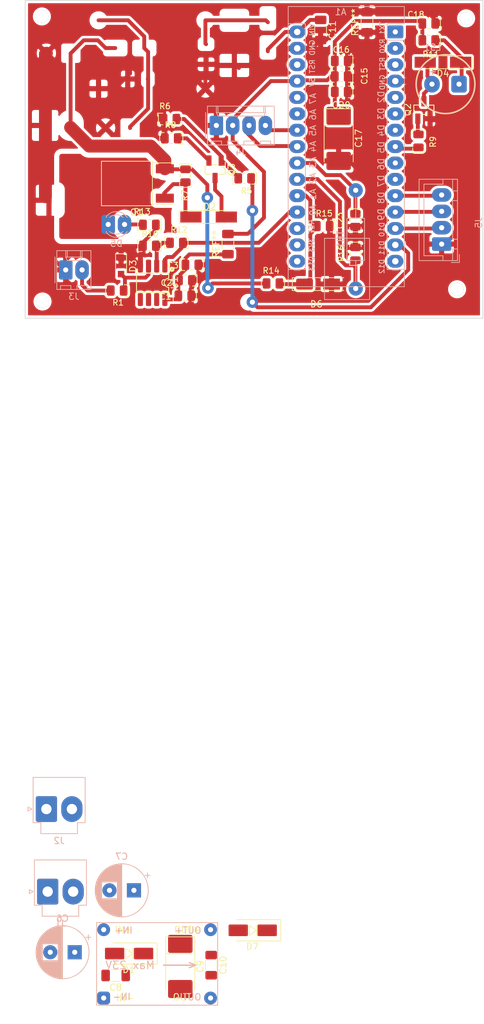
<source format=kicad_pcb>
(kicad_pcb (version 20171130) (host pcbnew "(5.1.10)-1")
  (layers (0 F.Cu signal) (31 B.Cu signal) (34 B.Paste user) (35 F.Paste user) (36 B.SilkS user) (37 F.SilkS user) (38 B.Mask user) (39 F.Mask user) (44 Edge.Cuts user))
  (net 0 "")
  (net 1 /opamp_to_adc)
  (net 2 GND)
  (net 3 /20VDetect)
  (net 4 /env_temp_adc)
  (net 5 /enable_heater)
  (net 6 /enable_env_temp_check)
  (net 7 /sda)
  (net 8 /buzzerPwm)
  (net 9 /scl)
  (net 10 V5.0)
  (net 11 /rot_right)
  (net 12 /V6.0)
  (net 13 /rot_button)
  (net 14 "Net-(C7-Pad1)")
  (net 15 20V)
  (net 16 "Net-(D2-Pad2)")
  (net 17 "Net-(D2-Pad1)")
  (net 18 "Net-(D3-Pad2)")
  (net 19 "Net-(D4-Pad2)")
  (net 20 "Net-(D4-Pad1)")
  (net 21 "Net-(D5-PadK)")
  (net 22 /heaterPower)
  (net 23 /thermal_couple)
  (net 24 "Net-(Q2-PadB)")
  (net 25 "Net-(Q3-PadB)")
  (net 26 "Net-(Q3-PadE)")
  (net 27 "Net-(R10-Pad1)")
  (net 28 "Net-(A1-Pad1)")
  (net 29 "Net-(A1-Pad17)")
  (net 30 "Net-(A1-Pad2)")
  (net 31 "Net-(A1-Pad18)")
  (net 32 "Net-(A1-Pad3)")
  (net 33 "Net-(A1-Pad5)")
  (net 34 "Net-(A1-Pad7)")
  (net 35 "Net-(A1-Pad9)")
  (net 36 "Net-(A1-Pad25)")
  (net 37 "Net-(A1-Pad10)")
  (net 38 "Net-(A1-Pad26)")
  (net 39 "Net-(A1-Pad28)")
  (net 40 "Net-(C10-Pad1)")
  (net 41 "Net-(A1-Pad16)")
  (net 42 "Net-(A1-Pad15)")
  (net 43 /rot_left)
  (net 44 "Net-(A1-Pad6)")
  (module myFootPrintLibs:R_C_0805_2012Metric_Pad1.20x1.50mm_HandSolder (layer F.Cu) (at 78.8 55.2 90)
    (fp_text reference R7 (at -3.05 -0.1 90) (layer F.SilkS) (effects (font (size 0.9 0.9))))
    (fp_text value 2k)
    (pad 2 smd roundrect (at 1 0 90) (size 1.2 1.6) (layers F.Cu F.Paste F.Mask) (roundrect_rratio 0.208) (net 15 20V))
    (pad 1 smd roundrect (at -1 0 90) (size 1.2 1.6) (layers F.Cu F.Paste F.Mask) (roundrect_rratio 0.208) (net 17 "Net-(D2-Pad1)"))
  )
  (module myFootPrintLibs:R_C_0805_2012Metric_Pad1.20x1.50mm_HandSolder (layer F.Cu) (at 103 39.8)
    (fp_text reference C20 (at 0 4.45) (layer F.SilkS))
    (fp_text value 100nf)
    (pad 2 smd roundrect (at 1 0) (size 1.2 1.6) (layers F.Cu F.Paste F.Mask) (roundrect_rratio 0.208) (net 2 GND))
    (pad 1 smd roundrect (at -1 0) (size 1.2 1.6) (layers F.Cu F.Paste F.Mask) (roundrect_rratio 0.208) (net 10 V5.0))
  )
  (module myFootPrintLibs:R_C_0805_2012Metric_Pad1.20x1.50mm_HandSolder (layer F.Cu) (at 105.2 67.3 90)
    (fp_text reference R16 (at 0.06 -2.19 90) (layer F.SilkS) (effects (font (size 0.9 0.9))))
    (fp_text value 2k)
    (pad 2 smd roundrect (at 1 0 90) (size 1.2 1.6) (layers F.Cu F.Paste F.Mask) (roundrect_rratio 0.208) (net 2 GND))
    (pad 1 smd roundrect (at -1 0 90) (size 1.2 1.6) (layers F.Cu F.Paste F.Mask) (roundrect_rratio 0.208) (net 4 /env_temp_adc))
  )
  (module myFootPrintLibs:R_C_0805_2012Metric_Pad1.20x1.50mm_HandSolder (layer F.Cu) (at 100.2 63)
    (fp_text reference R15 (at 0.15 -1.95) (layer F.SilkS) (effects (font (size 0.9 0.9))))
    (fp_text value 20k)
    (pad 2 smd roundrect (at 1 0) (size 1.2 1.6) (layers F.Cu F.Paste F.Mask) (roundrect_rratio 0.208) (net 2 GND))
    (pad 1 smd roundrect (at -1 0) (size 1.2 1.6) (layers F.Cu F.Paste F.Mask) (roundrect_rratio 0.208) (net 3 /20VDetect))
  )
  (module myFootPrintLibs:R_C_0805_2012Metric_Pad1.20x1.50mm_HandSolder (layer F.Cu) (at 92.4 71.9)
    (fp_text reference R14 (at -0.29 -1.99) (layer F.SilkS) (effects (font (size 0.9 0.9))))
    (fp_text value 75k)
    (pad 2 smd roundrect (at 1 0) (size 1.2 1.6) (layers F.Cu F.Paste F.Mask) (roundrect_rratio 0.208) (net 3 /20VDetect))
    (pad 1 smd roundrect (at -1 0) (size 1.2 1.6) (layers F.Cu F.Paste F.Mask) (roundrect_rratio 0.208) (net 15 20V))
  )
  (module myFootPrintLibs:R_C_0805_2012Metric_Pad1.20x1.50mm_HandSolder (layer F.Cu) (at 73.2 62.8 180)
    (fp_text reference R13 (at 1.13 2.03) (layer F.SilkS) (effects (font (size 0.9 0.9))))
    (fp_text value 4k)
    (pad 2 smd roundrect (at 1 0 180) (size 1.2 1.6) (layers F.Cu F.Paste F.Mask) (roundrect_rratio 0.208) (net 21 "Net-(D5-PadK)"))
    (pad 1 smd roundrect (at -1 0 180) (size 1.2 1.6) (layers F.Cu F.Paste F.Mask) (roundrect_rratio 0.208) (net 2 GND))
  )
  (module myFootPrintLibs:R_C_0805_2012Metric_Pad1.20x1.50mm_HandSolder (layer F.Cu) (at 77.4 65.6 180)
    (fp_text reference R12 (at -0.39 2.05) (layer F.SilkS) (effects (font (size 0.9 0.9))))
    (fp_text value 240k)
    (pad 2 smd roundrect (at 1 0 180) (size 1.2 1.6) (layers F.Cu F.Paste F.Mask) (roundrect_rratio 0.208) (net 27 "Net-(R10-Pad1)"))
    (pad 1 smd roundrect (at -1 0 180) (size 1.2 1.6) (layers F.Cu F.Paste F.Mask) (roundrect_rratio 0.208) (net 1 /opamp_to_adc))
  )
  (module myFootPrintLibs:R_C_0805_2012Metric_Pad1.20x1.50mm_HandSolder (layer F.Cu) (at 116.6 34.2)
    (fp_text reference R11 (at 0.33 2.18) (layer F.SilkS) (effects (font (size 0.9 0.9))))
    (fp_text value 280)
    (pad 2 smd roundrect (at 1 0) (size 1.2 1.6) (layers F.Cu F.Paste F.Mask) (roundrect_rratio 0.208) (net 20 "Net-(D4-Pad1)"))
    (pad 1 smd roundrect (at -1 0) (size 1.2 1.6) (layers F.Cu F.Paste F.Mask) (roundrect_rratio 0.208) (net 10 V5.0))
  )
  (module myFootPrintLibs:R_C_0805_2012Metric_Pad1.20x1.50mm_HandSolder (layer F.Cu) (at 73.2 66.05 180)
    (fp_text reference R10 (at -0.1 1.8) (layer F.SilkS) (effects (font (size 0.9 0.9))))
    (fp_text value 1k)
    (pad 2 smd roundrect (at 1 0 180) (size 1.2 1.6) (layers F.Cu F.Paste F.Mask) (roundrect_rratio 0.208) (net 2 GND))
    (pad 1 smd roundrect (at -1 0 180) (size 1.2 1.6) (layers F.Cu F.Paste F.Mask) (roundrect_rratio 0.208) (net 27 "Net-(R10-Pad1)"))
  )
  (module myFootPrintLibs:R_C_0805_2012Metric_Pad1.20x1.50mm_HandSolder (layer F.Cu) (at 115 49.8 270)
    (fp_text reference R9 (at 0.15 -2.25 90) (layer F.SilkS) (effects (font (size 0.9 0.9))))
    (fp_text value 4k)
    (pad 2 smd roundrect (at 1 0 270) (size 1.2 1.6) (layers F.Cu F.Paste F.Mask) (roundrect_rratio 0.208) (net 8 /buzzerPwm))
    (pad 1 smd roundrect (at -1 0 270) (size 1.2 1.6) (layers F.Cu F.Paste F.Mask) (roundrect_rratio 0.208) (net 24 "Net-(Q2-PadB)"))
  )
  (module myFootPrintLibs:R_C_0805_2012Metric_Pad1.20x1.50mm_HandSolder (layer F.Cu) (at 76.6 49.4)
    (fp_text reference R8 (at -0.12 -2.07) (layer F.SilkS) (effects (font (size 0.9 0.9))))
    (fp_text value 180)
    (pad 2 smd roundrect (at 1 0) (size 1.2 1.6) (layers F.Cu F.Paste F.Mask) (roundrect_rratio 0.208) (net 26 "Net-(Q3-PadE)"))
    (pad 1 smd roundrect (at -1 0) (size 1.2 1.6) (layers F.Cu F.Paste F.Mask) (roundrect_rratio 0.208) (net 2 GND))
  )
  (module myFootPrintLibs:R_C_0805_2012Metric_Pad1.20x1.50mm_HandSolder (layer F.Cu) (at 76.4 46.4 180)
    (fp_text reference R6 (at 0.78 1.98) (layer F.SilkS) (effects (font (size 0.9 0.9))))
    (fp_text value 18k)
    (pad 2 smd roundrect (at 1 0 180) (size 1.2 1.6) (layers F.Cu F.Paste F.Mask) (roundrect_rratio 0.208) (net 2 GND))
    (pad 1 smd roundrect (at -1 0 180) (size 1.2 1.6) (layers F.Cu F.Paste F.Mask) (roundrect_rratio 0.208) (net 25 "Net-(Q3-PadB)"))
  )
  (module myFootPrintLibs:R_C_0805_2012Metric_Pad1.20x1.50mm_HandSolder (layer F.Cu) (at 88 55.6)
    (fp_text reference R5 (at 0.28 1.93) (layer F.SilkS) (effects (font (size 0.9 0.9))))
    (fp_text value 4k)
    (pad 2 smd roundrect (at 1 0) (size 1.2 1.6) (layers F.Cu F.Paste F.Mask) (roundrect_rratio 0.208) (net 5 /enable_heater))
    (pad 1 smd roundrect (at -1 0) (size 1.2 1.6) (layers F.Cu F.Paste F.Mask) (roundrect_rratio 0.208) (net 25 "Net-(Q3-PadB)"))
  )
  (module myFootPrintLibs:R_C_0805_2012Metric_Pad1.20x1.50mm_HandSolder (layer F.Cu) (at 68.2 73 180)
    (fp_text reference R1 (at -0.14 -1.86) (layer F.SilkS) (effects (font (size 0.9 0.9))))
    (fp_text value 10k)
    (pad 2 smd roundrect (at 1 0 180) (size 1.2 1.6) (layers F.Cu F.Paste F.Mask) (roundrect_rratio 0.208) (net 23 /thermal_couple))
    (pad 1 smd roundrect (at -1 0 180) (size 1.2 1.6) (layers F.Cu F.Paste F.Mask) (roundrect_rratio 0.208) (net 18 "Net-(D3-Pad2)"))
  )
  (module myFootPrintLibs:R_C_0805_2012Metric_Pad1.20x1.50mm_HandSolder (layer F.Cu) (at 105.2 62.1 270)
    (fp_text reference C23 (at 0.05 2.4 90) (layer F.SilkS) (effects (font (size 0.9 0.9))))
    (fp_text value 100nf)
    (pad 2 smd roundrect (at 1 0 270) (size 1.2 1.6) (layers F.Cu F.Paste F.Mask) (roundrect_rratio 0.208) (net 2 GND))
    (pad 1 smd roundrect (at -1 0 270) (size 1.2 1.6) (layers F.Cu F.Paste F.Mask) (roundrect_rratio 0.208) (net 6 /enable_env_temp_check))
  )
  (module myFootPrintLibs:R_C_0805_2012Metric_Pad1.20x1.50mm_HandSolder (layer F.Cu) (at 116.6 31.6)
    (fp_text reference C18 (at -2 -1.4) (layer F.SilkS) (effects (font (size 0.9 0.9))))
    (fp_text value 22uf)
    (pad 2 smd roundrect (at 1 0) (size 1.2 1.6) (layers F.Cu F.Paste F.Mask) (roundrect_rratio 0.208) (net 2 GND))
    (pad 1 smd roundrect (at -1 0) (size 1.2 1.6) (layers F.Cu F.Paste F.Mask) (roundrect_rratio 0.208) (net 10 V5.0))
  )
  (module myFootPrintLibs:R_C_0805_2012Metric_Pad1.20x1.50mm_HandSolder (layer F.Cu) (at 103 37.4)
    (fp_text reference C16 (at 0 -1.75) (layer F.SilkS) (effects (font (size 0.9 0.9))))
    (fp_text value 47uf)
    (pad 2 smd roundrect (at 1 0) (size 1.2 1.6) (layers F.Cu F.Paste F.Mask) (roundrect_rratio 0.208) (net 2 GND))
    (pad 1 smd roundrect (at -1 0) (size 1.2 1.6) (layers F.Cu F.Paste F.Mask) (roundrect_rratio 0.208) (net 10 V5.0))
  )
  (module myFootPrintLibs:R_C_0805_2012Metric_Pad1.20x1.50mm_HandSolder (layer F.Cu) (at 103 42.2)
    (fp_text reference C15 (at 3.6 -2.45 90) (layer F.SilkS) (effects (font (size 0.9 0.9))))
    (fp_text value 22uf)
    (pad 2 smd roundrect (at 1 0) (size 1.2 1.6) (layers F.Cu F.Paste F.Mask) (roundrect_rratio 0.208) (net 2 GND))
    (pad 1 smd roundrect (at -1 0) (size 1.2 1.6) (layers F.Cu F.Paste F.Mask) (roundrect_rratio 0.208) (net 10 V5.0))
  )
  (module myFootPrintLibs:R_C_0805_2012Metric_Pad1.20x1.50mm_HandSolder (layer F.Cu) (at 79.8 69)
    (fp_text reference C3 (at -2.95 0.1) (layer F.SilkS) (effects (font (size 0.9 0.9))))
    (fp_text value 10nf)
    (pad 2 smd roundrect (at 1 0) (size 1.2 1.6) (layers F.Cu F.Paste F.Mask) (roundrect_rratio 0.208) (net 2 GND))
    (pad 1 smd roundrect (at -1 0) (size 1.2 1.6) (layers F.Cu F.Paste F.Mask) (roundrect_rratio 0.208) (net 10 V5.0))
  )
  (module myFootPrintLibs:R_C_0805_2012Metric_Pad1.20x1.50mm_HandSolder (layer F.Cu) (at 78.8 71.4)
    (fp_text reference C2 (at -2.95 0.4) (layer F.SilkS) (effects (font (size 0.9 0.9))))
    (fp_text value 100nf)
    (pad 2 smd roundrect (at 1 0) (size 1.2 1.6) (layers F.Cu F.Paste F.Mask) (roundrect_rratio 0.208) (net 2 GND))
    (pad 1 smd roundrect (at -1 0) (size 1.2 1.6) (layers F.Cu F.Paste F.Mask) (roundrect_rratio 0.208) (net 10 V5.0))
  )
  (module myFootPrintLibs:R_C_0805_2012Metric_Pad1.20x1.50mm_HandSolder (layer F.Cu) (at 78.7 73.8)
    (fp_text reference C1 (at -3 0.15) (layer F.SilkS) (effects (font (size 0.9 0.9))))
    (fp_text value 22uf)
    (pad 2 smd roundrect (at 1 0) (size 1.2 1.6) (layers F.Cu F.Paste F.Mask) (roundrect_rratio 0.208) (net 2 GND))
    (pad 1 smd roundrect (at -1 0) (size 1.2 1.6) (layers F.Cu F.Paste F.Mask) (roundrect_rratio 0.208) (net 10 V5.0))
  )
  (module myFootPrintLibs:TO-252-2 (layer F.Cu) (at 71.2 56.4 180)
    (fp_text reference Q1 (at 0 -4.5) (layer F.SilkS))
    (fp_text value AOD403_pmosfet)
    (pad D smd roundrect (at 2 0 180) (size 6.6 6) (layers F.Cu F.Mask) (roundrect_rratio 0.05) (net 22 /heaterPower))
    (pad S smd roundrect (at -4.4 2.28 180) (size 2.8 1.4) (layers F.Cu F.Paste F.Mask) (roundrect_rratio 0.05) (net 15 20V))
    (pad G smd roundrect (at -4.4 -2.28 180) (size 2.8 1.4) (layers F.Cu F.Paste F.Mask) (roundrect_rratio 0.05) (net 17 "Net-(D2-Pad1)"))
  )
  (module Capacitor_SMD:C_1206_3216Metric_Pad1.33x1.80mm_HandSolder (layer F.Cu) (at 85.4 65.8 90)
    (fp_text reference REF** (at 0 -1.85 90) (layer F.SilkS))
    (fp_text value C_1206)
    (pad 1 smd roundrect (at -1.5625 0 90) (size 1.325 1.8) (layers F.Cu F.Paste F.Mask) (roundrect_rratio 0.189) (net 10 V5.0))
    (pad 2 smd roundrect (at 1.5625 0 90) (size 1.325 1.8) (layers F.Cu F.Paste F.Mask) (roundrect_rratio 0.189) (net 10 V5.0))
  )
  (module Capacitor_SMD:C_1206_3216Metric_Pad1.33x1.80mm_HandSolder (layer F.Cu) (at 107 31.4 90)
    (fp_text reference REF** (at 0 -1.85 90) (layer F.SilkS))
    (fp_text value C_1206)
    (pad 2 smd roundrect (at 1.5625 0 90) (size 1.325 1.8) (layers F.Cu F.Paste F.Mask) (roundrect_rratio 0.189) (net 2 GND))
    (pad 1 smd roundrect (at -1.5625 0 90) (size 1.325 1.8) (layers F.Cu F.Paste F.Mask) (roundrect_rratio 0.189) (net 2 GND))
  )
  (module myFootPrintLibs:mini360_dcdc_buck_module (layer B.Cu) (at 74.4 177.4)
    (fp_text reference a1 hide)
    (fp_text value mini360_dcdc_stepdown)
    (fp_text user IN+ (at -5.2 -5.2) (layer B.SilkS) (effects (justify mirror)))
    (fp_text user IN+ (at -5.2 -5.3 unlocked) (layer F.SilkS))
    (fp_text user OUT- (at 6.65 5.15 unlocked) (layer F.SilkS) (effects (justify right)))
    (fp_text user IN- (at -3.5 5.3 unlocked) (layer F.SilkS) (effects (justify right)))
    (fp_text user "Max 23V" (at -4.2 0.2) (layer B.SilkS) (effects (font (size 1.2 1.2)) (justify mirror)))
    (fp_text user OUT+ (at 4.8 -5.2) (layer B.SilkS) (effects (justify mirror)))
    (fp_text user IN- (at -5.5 5.1 unlocked) (layer B.SilkS) (effects (justify mirror)))
    (fp_text user OUT- (at 4.8 5.15 unlocked) (layer B.SilkS) (effects (justify mirror)))
    (fp_text user OUT+ (at 4.7 -5.3 unlocked) (layer F.SilkS))
    (pad 2 thru_hole circle (at -8.3 -5.3) (size 2 2) (drill 0.8) (layers *.Cu *.Mask) (net 14 "Net-(C7-Pad1)"))
    (pad 3 thru_hole circle (at 8.3 -5.3) (size 2 2) (drill 0.8) (layers *.Cu *.Mask) (net 40 "Net-(C10-Pad1)"))
    (pad 4 thru_hole circle (at 8.3 5.3) (size 2 2) (drill 0.8) (layers *.Cu *.Mask) (net 2 GND))
    (pad 1 thru_hole roundrect (at -8.3 5.3) (size 2 2) (drill 0.8) (layers *.Cu *.Mask) (net 2 GND))
  )
  (module myFootPrintLibs:Arduino_Nano (layer B.Cu) (at 111.4 32.9 180)
    (fp_text reference A1 (at 8.5 3.1) (layer B.SilkS) (effects (justify mirror)))
    (fp_text value Arduino_Nano_v2.x)
    (fp_text user "D2 D3 D4 D5 D6 D7 D8 D9" (at 2.2 -19.2 270) (layer B.SilkS) (effects (font (size 0.96 0.96)) (justify mirror)))
    (fp_text user "D10 D11 D12" (at 2.1 -33.5 270) (layer B.SilkS) (effects (font (size 0.78 0.78)) (justify mirror)))
    (fp_text user "REF 3V3 D13" (at 13 -33.1 90) (layer B.SilkS) (effects (font (size 0.8 0.8)) (justify mirror)))
    (fp_text user "A7 A6 A5 A4 A3 A2 A1 A0" (at 12.8 -19 90) (layer B.SilkS) (effects (font (size 0.96 0.96)) (justify mirror)))
    (fp_text user "VIN GND RST 5V" (at 12.9 -3.6 90) (layer B.SilkS) (effects (font (size 0.8 0.8)) (justify mirror)))
    (fp_text user "TX1 RX0 RST GND" (at 2 -3.7 270) (layer B.SilkS) (effects (font (size 0.78 0.78)) (justify mirror)))
    (pad 1 thru_hole roundrect (at 0 0 180) (size 2.5 2) (drill 0.8) (layers *.Cu *.Mask) (roundrect_rratio 0.15) (net 28 "Net-(A1-Pad1)"))
    (pad 17 thru_hole oval (at 15.24 -33.02 180) (size 2.5 2) (drill 1) (layers *.Cu *.Mask) (net 29 "Net-(A1-Pad17)"))
    (pad 2 thru_hole oval (at 0 -2.54 180) (size 2.5 2) (drill 0.8) (layers *.Cu *.Mask) (net 30 "Net-(A1-Pad2)"))
    (pad 18 thru_hole oval (at 15.24 -30.48 180) (size 2.5 2) (drill 1) (layers *.Cu *.Mask) (net 31 "Net-(A1-Pad18)"))
    (pad 3 thru_hole oval (at 0 -5.08 180) (size 2.5 2) (drill 1) (layers *.Cu *.Mask) (net 32 "Net-(A1-Pad3)"))
    (pad 19 thru_hole oval (at 15.24 -27.94 180) (size 2.5 2) (drill 0.8) (layers *.Cu *.Mask) (net 1 /opamp_to_adc))
    (pad 4 thru_hole oval (at 0 -7.62 180) (size 2.5 2) (drill 1) (layers *.Cu *.Mask) (net 2 GND))
    (pad 20 thru_hole oval (at 15.24 -25.4 180) (size 2.5 2) (drill 0.8) (layers *.Cu *.Mask) (net 3 /20VDetect))
    (pad 5 thru_hole oval (at 0 -10.16 180) (size 2.5 2) (drill 1) (layers *.Cu *.Mask) (net 33 "Net-(A1-Pad5)"))
    (pad 21 thru_hole oval (at 15.24 -22.86 180) (size 2.5 2) (drill 1) (layers *.Cu *.Mask) (net 4 /env_temp_adc))
    (pad 6 thru_hole oval (at 0 -12.7 180) (size 2.5 2) (drill 0.8) (layers *.Cu *.Mask) (net 44 "Net-(A1-Pad6)"))
    (pad 22 thru_hole oval (at 15.24 -20.32 180) (size 2.5 2) (drill 1) (layers *.Cu *.Mask) (net 6 /enable_env_temp_check))
    (pad 7 thru_hole oval (at 0 -15.24 180) (size 2.5 2) (drill 0.8) (layers *.Cu *.Mask) (net 34 "Net-(A1-Pad7)"))
    (pad 23 thru_hole oval (at 15.24 -17.78 180) (size 2.5 2) (drill 1) (layers *.Cu *.Mask) (net 7 /sda))
    (pad 8 thru_hole oval (at 0 -17.78 180) (size 2.5 2) (drill 0.8) (layers *.Cu *.Mask) (net 8 /buzzerPwm))
    (pad 24 thru_hole oval (at 15.24 -15.24 180) (size 2.5 2) (drill 0.8) (layers *.Cu *.Mask) (net 9 /scl))
    (pad 9 thru_hole oval (at 0 -20.32 180) (size 2.5 2) (drill 0.8) (layers *.Cu *.Mask) (net 35 "Net-(A1-Pad9)"))
    (pad 25 thru_hole oval (at 15.24 -12.7 180) (size 2.5 2) (drill 0.8) (layers *.Cu *.Mask) (net 36 "Net-(A1-Pad25)"))
    (pad 10 thru_hole oval (at 0 -22.86 180) (size 2.5 2) (drill 0.8) (layers *.Cu *.Mask) (net 37 "Net-(A1-Pad10)"))
    (pad 26 thru_hole oval (at 15.24 -10.16 180) (size 2.5 2) (drill 1) (layers *.Cu *.Mask) (net 38 "Net-(A1-Pad26)"))
    (pad 11 thru_hole oval (at 0 -25.4 180) (size 2.5 2) (drill 0.8) (layers *.Cu *.Mask) (net 13 /rot_button))
    (pad 27 thru_hole oval (at 15.24 -7.62 180) (size 2.5 2) (drill 1) (layers *.Cu *.Mask) (net 10 V5.0))
    (pad 12 thru_hole oval (at 0 -27.94 180) (size 2.5 2) (drill 0.8) (layers *.Cu *.Mask) (net 43 /rot_left))
    (pad 28 thru_hole oval (at 15.24 -5.08 180) (size 2.5 2) (drill 1) (layers *.Cu *.Mask) (net 39 "Net-(A1-Pad28)"))
    (pad 13 thru_hole oval (at 0 -30.48 180) (size 2.5 2) (drill 1) (layers *.Cu *.Mask) (net 11 /rot_right))
    (pad 29 thru_hole oval (at 15.24 -2.54 180) (size 2.5 2) (drill 1) (layers *.Cu *.Mask) (net 2 GND))
    (pad 14 thru_hole oval (at 0 -33.02 180) (size 2.5 2) (drill 1) (layers *.Cu *.Mask) (net 5 /enable_heater))
    (pad 30 thru_hole oval (at 15.24 0 180) (size 2.5 2) (drill 1) (layers *.Cu *.Mask) (net 12 /V6.0))
    (pad 15 thru_hole oval (at 0 -35.56 180) (size 2.5 2) (drill 1) (layers *.Cu *.Mask) (net 42 "Net-(A1-Pad15)"))
    (pad 16 thru_hole oval (at 15.24 -35.56 180) (size 2.5 2) (drill 1) (layers *.Cu *.Mask) (net 41 "Net-(A1-Pad16)"))
  )
  (module myFootPrintLibs:SO-8_3.9x4.9mm_P1.27mm (layer F.Cu) (at 73.7 71.8 270)
    (fp_text reference U1 (at 0 -3.4 270) (layer F.SilkS))
    (fp_text value MCP6002)
    (pad 8 smd roundrect (at 2.6 -1.905 270) (size 2 0.8) (layers F.Cu F.Paste F.Mask) (net 10 V5.0))
    (pad 7 smd roundrect (at 2.6 -0.635 270) (size 2 0.8) (layers F.Cu F.Paste F.Mask))
    (pad 6 smd roundrect (at 2.6 0.635 270) (size 2 0.8) (layers F.Cu F.Paste F.Mask))
    (pad 5 smd roundrect (at 2.6 1.905 270) (size 2 0.8) (layers F.Cu F.Paste F.Mask))
    (pad 4 smd roundrect (at -2.6 1.905 270) (size 2 0.8) (layers F.Cu F.Paste F.Mask) (net 2 GND))
    (pad 3 smd roundrect (at -2.6 0.635 270) (size 2 0.8) (layers F.Cu F.Paste F.Mask) (net 18 "Net-(D3-Pad2)"))
    (pad 2 smd roundrect (at -2.6 -0.635 270) (size 2 0.8) (layers F.Cu F.Paste F.Mask) (net 27 "Net-(R10-Pad1)"))
    (pad 1 smd roundrect (at -2.6 -1.905 270) (size 2 0.8) (layers F.Cu F.Paste F.Mask) (net 1 /opamp_to_adc))
  )
  (module Resistor_THT:R_Axial_DIN0207_L6.3mm_D2.5mm_P15.24mm_Horizontal (layer B.Cu) (at 105.25 57.45 270)
    (fp_text reference TH1 (at 7.62 2.37 270) (layer B.SilkS) (effects (justify mirror)))
    (fp_text value "Thermistor_NTC 10k")
    (pad 2 thru_hole circle (at 15.24 0 270) (size 2.2 2.2) (drill 0.8) (layers *.Cu *.Mask) (net 4 /env_temp_adc))
    (pad 1 thru_hole circle (at 0 0 270) (size 2.2 2.2) (drill 0.8) (layers *.Cu *.Mask) (net 6 /enable_env_temp_check))
  )
  (module myFootPrintLibs:Molex_KK-254_AE-6410-02A_1x02_P2.54mm_Vertical (layer B.Cu) (at 60.2 69.8)
    (fp_text reference J3 (at 1.27 4.12) (layer B.SilkS) (effects (justify mirror)))
    (fp_text value "Thermo JST_2.54_1X02")
    (pad 1 thru_hole roundrect (at 0 0) (size 2.1 3) (drill 0.8) (layers *.Cu *.Mask) (roundrect_rratio 0.144) (net 2 GND))
    (pad 2 thru_hole oval (at 2.54 0) (size 2.1 3) (drill 0.8) (layers *.Cu *.Mask) (net 23 /thermal_couple))
  )
  (module myFootPrintLibs:D_SMA_Handsoldering (layer F.Cu) (at 89.2 172.2 180)
    (fp_text reference D7 (at 0 -2.5 180) (layer F.SilkS))
    (fp_text value 1N4007)
    (pad 2 smd roundrect (at 2.2 0 180) (size 3 1.8) (layers F.Cu F.Paste F.Mask) (roundrect_rratio 0.1) (net 40 "Net-(C10-Pad1)"))
    (pad 1 smd roundrect (at -2.3 0 180) (size 3 1.8) (layers F.Cu F.Paste F.Mask) (roundrect_rratio 0.1) (net 12 /V6.0))
  )
  (module myFootPrintLibs:D_SMA_Handsoldering (layer F.Cu) (at 70 175.8 180)
    (fp_text reference D1 (at 0 -2.5 180) (layer F.SilkS))
    (fp_text value 1N4007)
    (pad 1 smd roundrect (at -2.3 0 180) (size 3 1.8) (layers F.Cu F.Paste F.Mask) (roundrect_rratio 0.1) (net 14 "Net-(C7-Pad1)"))
    (pad 2 smd roundrect (at 2.2 0 180) (size 3 1.8) (layers F.Cu F.Paste F.Mask) (roundrect_rratio 0.1) (net 15 20V))
  )
  (module myFootPrintLibs:D_MiniMELF_Handsoldering_Zener (layer F.Cu) (at 99.4 72)
    (fp_text reference D6 (at -0.25 3.1) (layer F.SilkS))
    (fp_text value 4v)
    (pad 1 smd roundrect (at -2.1 0) (size 2.6 1.7) (layers F.Cu F.Paste F.Mask) (roundrect_rratio 0.15) (net 3 /20VDetect))
    (pad 2 smd roundrect (at 2.1 0) (size 2.6 1.7) (layers F.Cu F.Paste F.Mask) (roundrect_rratio 0.02) (net 2 GND))
  )
  (module myFootPrintLibs:CP_Radial_D8.0mm_P3.80mm (layer B.Cu) (at 70.8 166 180)
    (fp_text reference C7 (at 1.9 5.25 180) (layer B.SilkS) (effects (justify mirror)))
    (fp_text value 470uf)
    (pad 2 thru_hole circle (at 3.8 0 180) (size 2.2 2.2) (drill 0.8) (layers *.Cu *.Mask) (net 2 GND))
    (pad 1 thru_hole rect (at 0 0 180) (size 2.2 2.2) (drill 0.8) (layers *.Cu *.Mask) (net 14 "Net-(C7-Pad1)"))
  )
  (module myFootPrintLibs:CP_Radial_D8.0mm_P3.80mm (layer B.Cu) (at 61.6 175.6 180)
    (fp_text reference C6 (at 1.9 5.25 180) (layer B.SilkS) (effects (justify mirror)))
    (fp_text value 470uf)
    (pad 2 thru_hole circle (at 3.8 0 180) (size 2.2 2.2) (drill 0.8) (layers *.Cu *.Mask) (net 2 GND))
    (pad 1 thru_hole rect (at 0 0 180) (size 2.2 2.2) (drill 0.8) (layers *.Cu *.Mask) (net 15 20V))
  )
  (module myFootPrintLibs:CP_EIA-7343-20_Kemet-V_Pad2.25x2.55mm_HandSolder (layer F.Cu) (at 78 177.8 270)
    (fp_text reference C9 (at 0 -3.1 90) (layer F.SilkS))
    (fp_text value 220uf)
    (pad 2 smd roundrect (at 3.5 0 270) (size 2.8 3.8) (layers F.Cu F.Paste F.Mask) (roundrect_rratio 0.111) (net 2 GND))
    (pad 1 smd roundrect (at -3.5 0 270) (size 2.8 3.8) (layers F.Cu F.Paste F.Mask) (roundrect_rratio 0.111) (net 40 "Net-(C10-Pad1)"))
  )
  (module myFootPrintLibs:JST_VH_B2P-VH-B_1x02_P3.96mm_Vertical (layer B.Cu) (at 57.4 166.2)
    (fp_text reference J1 (at 1.98 4.9) (layer B.SilkS) (effects (justify mirror)))
    (fp_text value "VH3.96_1X02 20V Power")
    (pad 2 thru_hole oval (at 3.96 0) (size 3.3 4) (drill 1.6) (layers *.Cu *.Mask) (net 15 20V))
    (pad 1 thru_hole roundrect (at 0 0) (size 3.3 4) (drill 1.6) (layers *.Cu *.Mask) (roundrect_rratio 0.09300000000000001) (net 2 GND))
  )
  (module myFootPrintLibs:JST_VH_B2P-VH-B_1x02_P3.96mm_Vertical (layer B.Cu) (at 57.2 153.4)
    (fp_text reference J2 (at 1.98 4.9) (layer B.SilkS) (effects (justify mirror)))
    (fp_text value "Heater VH3.96_1X02")
    (pad 2 thru_hole oval (at 3.96 0) (size 3.3 4) (drill 1.6) (layers *.Cu *.Mask) (net 22 /heaterPower))
    (pad 1 thru_hole roundrect (at 0 0) (size 3.3 4) (drill 1.6) (layers *.Cu *.Mask) (roundrect_rratio 0.09300000000000001) (net 2 GND))
  )
  (module myFootPrintLibs:Molex_KK-254_AE-6410-04A_1x04_P2.54mm_Vertical (layer B.Cu) (at 83.6 47.4)
    (fp_text reference J4 (at 3.81 4.12) (layer B.SilkS) (effects (justify mirror)))
    (fp_text value JST_2.54_1X04_LCD)
    (pad 4 thru_hole oval (at 7.62 0) (size 2.1 3) (drill 0.8) (layers *.Cu *.Mask) (net 9 /scl))
    (pad 3 thru_hole oval (at 5.08 0) (size 2.1 3) (drill 0.8) (layers *.Cu *.Mask) (net 7 /sda))
    (pad 2 thru_hole oval (at 2.54 0) (size 2.1 3) (drill 0.8) (layers *.Cu *.Mask) (net 10 V5.0))
    (pad 1 thru_hole roundrect (at 0 0) (size 2.1 3) (drill 0.8) (layers *.Cu *.Mask) (roundrect_rratio 0.144) (net 2 GND))
  )
  (module myFootPrintLibs:JST_XH_1x04_P2.54mm_Vertical (layer B.Cu) (at 118.6 65.8 90)
    (fp_text reference J5 (at 3.3 5.75 270) (layer B.SilkS) (effects (justify mirror)))
    (fp_text value XH2.54_1X04_RotaryEnc)
    (pad 4 thru_hole oval (at 7.62 0 90) (size 2.1 3) (drill 0.8) (layers *.Cu *.Mask) (net 13 /rot_button))
    (pad 3 thru_hole oval (at 5.08 0 90) (size 2.1 3) (drill 0.8) (layers *.Cu *.Mask) (net 43 /rot_left))
    (pad 1 thru_hole roundrect (at 0 0 90) (size 2.1 3) (drill 0.8) (layers *.Cu *.Mask) (roundrect_rratio 0.147) (net 2 GND))
    (pad 2 thru_hole oval (at 2.54 0 90) (size 2.1 3) (drill 0.8) (layers *.Cu *.Mask) (net 11 /rot_right))
  )
  (module myFootPrintLibs:SOT-23_PNP_NPN (layer F.Cu) (at 83.4 54.2 270)
    (fp_text reference Q3 (at 0.05 -2.55 90) (layer F.SilkS))
    (fp_text value S8050)
    (pad B smd roundrect (at -1.35 -0.95 270) (size 1.6 0.8) (layers F.Cu F.Paste F.Mask) (roundrect_rratio 0.1) (net 25 "Net-(Q3-PadB)"))
    (pad E smd roundrect (at -1.35 0.95 270) (size 1.6 0.8) (layers F.Cu F.Paste F.Mask) (roundrect_rratio 0.1) (net 26 "Net-(Q3-PadE)"))
    (pad C smd roundrect (at 1.35 0 270) (size 1.6 0.8) (layers F.Cu F.Paste F.Mask) (roundrect_rratio 0.1) (net 16 "Net-(D2-Pad2)"))
  )
  (module myFootPrintLibs:SOT-23_PNP_NPN (layer F.Cu) (at 115.85 45 90)
    (fp_text reference Q2 (at 0.05 -2.55 90) (layer F.SilkS))
    (fp_text value S8050)
    (pad B smd roundrect (at -1.35 -0.95 90) (size 1.6 0.8) (layers F.Cu F.Paste F.Mask) (roundrect_rratio 0.1) (net 24 "Net-(Q2-PadB)"))
    (pad E smd roundrect (at -1.35 0.95 90) (size 1.6 0.8) (layers F.Cu F.Paste F.Mask) (roundrect_rratio 0.1) (net 2 GND))
    (pad C smd roundrect (at 1.35 0 90) (size 1.6 0.8) (layers F.Cu F.Paste F.Mask) (roundrect_rratio 0.1) (net 19 "Net-(D4-Pad2)"))
  )
  (module myFootPrintLibs:Buzzer_9x4.2 (layer B.Cu) (at 119.2 41 180)
    (fp_text reference LS1 (at 2 5.7) (layer B.SilkS) (effects (justify mirror)))
    (fp_text value Speaker)
    (fp_text user + (at 2 2) (layer F.SilkS))
    (fp_text user + (at 2 2) (layer B.SilkS) (effects (justify mirror)))
    (pad 1 thru_hole roundrect (at -2.1 0 180) (size 2.4 2.6) (drill 0.8) (layers *.Cu *.Mask) (roundrect_rratio 0.18) (net 20 "Net-(D4-Pad1)"))
    (pad 2 thru_hole oval (at 2.1 0 180) (size 2.4 2.6) (drill 0.8) (layers *.Cu *.Mask) (net 19 "Net-(D4-Pad2)"))
  )
  (module myFootPrintLibs:MountingHole_2.0mm (layer F.Cu) (at 122.4 30.8)
    (fp_text reference H4 hide)
    (fp_text value MountingHole hide)
    (pad "" thru_hole circle (at 0 0) (size 2 2) (drill 2) (layers *.Cu *.Mask))
  )
  (module myFootPrintLibs:MountingHole_2.0mm (layer F.Cu) (at 56.5 30.5)
    (fp_text reference H3 hide)
    (fp_text value MountingHole hide)
    (pad "" thru_hole circle (at 0 0) (size 2 2) (drill 2) (layers *.Cu *.Mask))
  )
  (module myFootPrintLibs:MountingHole_2.0mm (layer F.Cu) (at 56.6 74.7)
    (fp_text reference H2 hide)
    (fp_text value MountingHole hide)
    (pad "" thru_hole circle (at 0 0) (size 2 2) (drill 2) (layers *.Cu *.Mask))
  )
  (module myFootPrintLibs:MountingHole_2.0mm (layer F.Cu) (at 121 72.8)
    (fp_text reference H1 hide)
    (fp_text value MountingHole hide)
    (pad "" thru_hole circle (at 0 0) (size 2 2) (drill 2) (layers *.Cu *.Mask))
  )
  (module myFootPrintLibs:LED_D3.0mm (layer B.Cu) (at 66.8 62.75)
    (fp_text reference D5 (at 1.27 2.96) (layer B.SilkS) (effects (justify mirror)))
    (fp_text value LED hide)
    (pad K thru_hole oval (at 2.54 0) (size 2.1 3) (drill 0.8) (layers *.Cu *.Mask) (net 21 "Net-(D5-PadK)"))
    (pad A thru_hole roundrect (at 0 0) (size 2.1 3) (drill 0.8) (layers *.Cu *.Mask) (roundrect_rratio 0.22) (net 22 /heaterPower))
  )
  (module Diode_SMD:D_MiniMELF_Handsoldering (layer F.Cu) (at 118.8 37.6 180)
    (fp_text reference D4 (at 0 -1.75) (layer F.SilkS))
    (fp_text value 1N4148)
    (pad 2 smd rect (at 2.75 0 180) (size 3.3 1.7) (layers F.Cu F.Paste F.Mask) (net 19 "Net-(D4-Pad2)"))
    (pad 1 smd rect (at -2.75 0 180) (size 3.3 1.7) (layers F.Cu F.Paste F.Mask) (net 20 "Net-(D4-Pad1)"))
  )
  (module Diode_SMD:D_SOD-323_HandSoldering (layer F.Cu) (at 68.8 69.2 270)
    (fp_text reference D3 (at 0 -1.85 90) (layer F.SilkS))
    (fp_text value "1N5819 S4")
    (pad 2 smd rect (at 1.25 0 270) (size 1 1) (layers F.Cu F.Paste F.Mask) (net 18 "Net-(D3-Pad2)"))
    (pad 1 smd rect (at -1.25 0 270) (size 1 1) (layers F.Cu F.Paste F.Mask) (net 2 GND))
  )
  (module Diode_SMD:D_MiniMELF_Handsoldering (layer F.Cu) (at 82.4 61.6)
    (fp_text reference D2 (at 0.15 -1.6) (layer F.SilkS))
    (fp_text value 5V)
    (pad 2 smd rect (at 2.75 0) (size 3.3 1.7) (layers F.Cu F.Paste F.Mask) (net 16 "Net-(D2-Pad2)"))
    (pad 1 smd rect (at -2.75 0) (size 3.3 1.7) (layers F.Cu F.Paste F.Mask) (net 17 "Net-(D2-Pad1)"))
  )
  (module myFootPrintLibs:CP_EIA-7343-20_Kemet-V_Pad2.25x2.55mm_HandSolder (layer F.Cu) (at 102.6 49.4 270)
    (fp_text reference C17 (at 0 -3.1 90) (layer F.SilkS))
    (fp_text value 220uf)
    (pad 2 smd roundrect (at 3.5 0 270) (size 2.8 3.8) (layers F.Cu F.Paste F.Mask) (roundrect_rratio 0.111) (net 2 GND))
    (pad 1 smd roundrect (at -3.5 0 270) (size 2.8 3.8) (layers F.Cu F.Paste F.Mask) (roundrect_rratio 0.111) (net 10 V5.0))
  )
  (module Capacitor_SMD:C_1206_3216Metric_Pad1.33x1.80mm_HandSolder (layer F.Cu) (at 99.8 32.6 270)
    (fp_text reference C11 (at 0 -1.85 90) (layer F.SilkS))
    (fp_text value 47uf)
    (pad 2 smd roundrect (at 1.5625 0 270) (size 1.325 1.8) (layers F.Cu F.Paste F.Mask) (roundrect_rratio 0.188679) (net 2 GND))
    (pad 1 smd roundrect (at -1.5625 0 270) (size 1.325 1.8) (layers F.Cu F.Paste F.Mask) (roundrect_rratio 0.188679) (net 12 /V6.0))
  )
  (module Capacitor_SMD:C_1206_3216Metric_Pad1.33x1.80mm_HandSolder (layer F.Cu) (at 82.8 177.6 270)
    (fp_text reference C10 (at 0 -1.85 90) (layer F.SilkS))
    (fp_text value 22uf)
    (pad 2 smd roundrect (at 1.5625 0 270) (size 1.325 1.8) (layers F.Cu F.Paste F.Mask) (roundrect_rratio 0.188679) (net 2 GND))
    (pad 1 smd roundrect (at -1.5625 0 270) (size 1.325 1.8) (layers F.Cu F.Paste F.Mask) (roundrect_rratio 0.188679) (net 40 "Net-(C10-Pad1)"))
  )
  (module Capacitor_SMD:C_1206_3216Metric_Pad1.33x1.80mm_HandSolder (layer F.Cu) (at 67.9625 179.2 180)
    (fp_text reference C8 (at 0 -1.85) (layer F.SilkS))
    (fp_text value 22uf)
    (pad 2 smd roundrect (at 1.5625 0 180) (size 1.325 1.8) (layers F.Cu F.Paste F.Mask) (roundrect_rratio 0.188679) (net 2 GND))
    (pad 1 smd roundrect (at -1.5625 0 180) (size 1.325 1.8) (layers F.Cu F.Paste F.Mask) (roundrect_rratio 0.188679) (net 14 "Net-(C7-Pad1)"))
  )
  (gr_line (start 125 28) (end 125 77.3) (layer Edge.Cuts) (width 0.1))
  (gr_line (start 53.9 28) (end 125 28) (layer Edge.Cuts) (width 0.1))
  (gr_line (start 53.9 77.3) (end 53.9 28) (layer Edge.Cuts) (width 0.1))
  (gr_line (start 125 77.3) (end 53.9 77.3) (layer Edge.Cuts) (width 0.1))
  (segment (start 75.605 68.195) (end 75.605 69.225) (width 0.6) (layer F.Cu) (net 1))
  (segment (start 76.8 67.8) (end 76 67.8) (width 0.6) (layer F.Cu) (net 1))
  (segment (start 76 67.8) (end 75.605 68.195) (width 0.6) (layer F.Cu) (net 1))
  (segment (start 78.75 65.85) (end 76.8 67.8) (width 0.6) (layer F.Cu) (net 1))
  (segment (start 78.8 65.85) (end 78.75 65.85) (width 0.6) (layer F.Cu) (net 1))
  (segment (start 78.85 65.6) (end 78.4 66.05) (width 0.6) (layer F.Cu) (net 1))
  (segment (start 90.2 65.6) (end 78.85 65.6) (width 0.6) (layer F.Cu) (net 1))
  (segment (start 94.96 60.84) (end 90.2 65.6) (width 0.6) (layer F.Cu) (net 1))
  (segment (start 96.16 60.84) (end 94.96 60.84) (width 0.6) (layer F.Cu) (net 1))
  (segment (start 103.8 37) (end 103.7 37.1) (width 0.6) (layer F.Cu) (net 2))
  (segment (start 104 37.4) (end 104 42.2) (width 0.6) (layer F.Cu) (net 2))
  (segment (start 111.53 40.4) (end 111.6 40.47) (width 0.6) (layer F.Cu) (net 2))
  (segment (start 104 39.8) (end 104.6 40.4) (width 0.6) (layer F.Cu) (net 2))
  (segment (start 105.8 40.4) (end 111.53 40.4) (width 0.6) (layer F.Cu) (net 2))
  (segment (start 104.6 40.4) (end 105.8 40.4) (width 0.6) (layer F.Cu) (net 2))
  (segment (start 71.795 66.405) (end 72.2 66) (width 0.6) (layer F.Cu) (net 2))
  (segment (start 71.795 69.225) (end 71.795 66.405) (width 0.6) (layer F.Cu) (net 2))
  (segment (start 70.37 67.8) (end 71.795 69.225) (width 0.6) (layer F.Cu) (net 2))
  (segment (start 68.95 67.8) (end 70.37 67.8) (width 0.6) (layer F.Cu) (net 2))
  (segment (start 68.8 67.95) (end 68.95 67.8) (width 0.6) (layer F.Cu) (net 2))
  (segment (start 65.300001 46.900001) (end 66.4 48) (width 0.6) (layer F.Cu) (net 2))
  (segment (start 65.3 41.7) (end 65.300001 46.900001) (width 0.6) (layer F.Cu) (net 2))
  (segment (start 75.4 46.4) (end 75.4 49.4) (width 0.6) (layer F.Cu) (net 2))
  (segment (start 87.1 38.5) (end 86.7 38.1) (width 0.6) (layer F.Cu) (net 2))
  (segment (start 57.6 67.4) (end 57.6 59) (width 0.6) (layer F.Cu) (net 2))
  (segment (start 60 69.8) (end 57.6 67.4) (width 0.6) (layer F.Cu) (net 2))
  (segment (start 60.2 69.8) (end 60 69.8) (width 0.6) (layer F.Cu) (net 2))
  (segment (start 60.2 68.3) (end 60.2 69.8) (width 0.6) (layer F.Cu) (net 2))
  (segment (start 60.90001 67.59999) (end 60.2 68.3) (width 0.6) (layer F.Cu) (net 2))
  (segment (start 68.44999 67.59999) (end 60.90001 67.59999) (width 0.6) (layer F.Cu) (net 2))
  (segment (start 68.8 67.95) (end 68.44999 67.59999) (width 0.6) (layer F.Cu) (net 2))
  (segment (start 72.2 65.55) (end 72.2 66.05) (width 0.6) (layer F.Cu) (net 2))
  (segment (start 74.2 63.55) (end 72.2 65.55) (width 0.6) (layer F.Cu) (net 2))
  (segment (start 74.2 62.8) (end 74.2 63.55) (width 0.6) (layer F.Cu) (net 2))
  (segment (start 57.05 58.45) (end 57.6 59) (width 0.6) (layer F.Cu) (net 2))
  (segment (start 105.2 63.1) (end 105.2 66.3) (width 0.6) (layer F.Cu) (net 2))
  (segment (start 94.96 35.44) (end 96.16 35.44) (width 0.6) (layer F.Cu) (net 2))
  (segment (start 92.3 38.1) (end 94.96 35.44) (width 0.6) (layer F.Cu) (net 2))
  (segment (start 86.7 38.1) (end 92.3 38.1) (width 0.6) (layer F.Cu) (net 2))
  (segment (start 107 34.4) (end 104 37.4) (width 0.6) (layer F.Cu) (net 2))
  (segment (start 107 32.5625) (end 107 34.4) (width 0.6) (layer F.Cu) (net 2))
  (segment (start 96.37 35.4) (end 96.36 35.39) (width 0.6) (layer F.Cu) (net 2))
  (segment (start 98.5625 35.4) (end 96.37 35.4) (width 0.6) (layer F.Cu) (net 2))
  (segment (start 99.8 34.1625) (end 98.5625 35.4) (width 0.6) (layer F.Cu) (net 2))
  (segment (start 99.8 34.1625) (end 100 34.3625) (width 0.6) (layer F.Cu) (net 2))
  (segment (start 79.7 72) (end 79.7 74.3) (width 0.6) (layer F.Cu) (net 2))
  (segment (start 79.7 72.1) (end 79.7 74.3) (width 0.6) (layer F.Cu) (net 2))
  (segment (start 80.8 71) (end 79.7 72.1) (width 0.6) (layer F.Cu) (net 2))
  (segment (start 80.8 69.7) (end 80.8 71) (width 0.6) (layer F.Cu) (net 2))
  (segment (start 57.05 36.35) (end 57.05 58.45) (width 2) (layer F.Cu) (net 2))
  (segment (start 57.2 36.2) (end 57.05 36.35) (width 2) (layer F.Cu) (net 2))
  (segment (start 64.000001 29.399999) (end 57.2 36.2) (width 0.6) (layer F.Cu) (net 2))
  (segment (start 69.799999 29.399999) (end 64.000001 29.399999) (width 0.6) (layer F.Cu) (net 2))
  (segment (start 74.8 34.4) (end 69.799999 29.399999) (width 0.6) (layer F.Cu) (net 2))
  (segment (start 74.8 45.8) (end 74.8 34.4) (width 0.6) (layer F.Cu) (net 2))
  (segment (start 75.4 46.4) (end 74.8 45.8) (width 0.6) (layer F.Cu) (net 2))
  (segment (start 105.8 51.2) (end 105.8 40.4) (width 0.6) (layer F.Cu) (net 2))
  (segment (start 104.1 52.9) (end 105.8 51.2) (width 0.6) (layer F.Cu) (net 2))
  (segment (start 102.6 52.9) (end 104.1 52.9) (width 0.6) (layer F.Cu) (net 2))
  (segment (start 105.25001 29.54999) (end 100.6375 34.1625) (width 0.6) (layer F.Cu) (net 2))
  (segment (start 100.6375 34.1625) (end 99.8 34.1625) (width 0.6) (layer F.Cu) (net 2))
  (segment (start 116.14999 29.54999) (end 105.25001 29.54999) (width 0.6) (layer F.Cu) (net 2))
  (segment (start 117.6 31.6) (end 117.9 31.3) (width 0.6) (layer F.Cu) (net 2))
  (segment (start 117.9 31.3) (end 116.14999 29.54999) (width 0.6) (layer F.Cu) (net 2))
  (segment (start 120.8 46.6) (end 120.9 46.5) (width 0.6) (layer F.Cu) (net 2))
  (segment (start 116.9 46.6) (end 120.8 46.6) (width 0.6) (layer F.Cu) (net 2))
  (segment (start 67.8375 41.7) (end 65.3 41.7) (width 0.6) (layer F.Cu) (net 2))
  (segment (start 70.2 39.3375) (end 67.8375 41.7) (width 0.6) (layer F.Cu) (net 2))
  (segment (start 70.2 34) (end 70.2 39.3375) (width 0.6) (layer F.Cu) (net 2))
  (segment (start 69.39999 33.19999) (end 70.2 34) (width 0.6) (layer F.Cu) (net 2))
  (segment (start 61.79999 33.19999) (end 69.39999 33.19999) (width 0.6) (layer F.Cu) (net 2))
  (segment (start 61.000001 32.400001) (end 61.79999 33.19999) (width 0.6) (layer F.Cu) (net 2))
  (segment (start 57.2 36.2) (end 61.000001 32.400001) (width 0.6) (layer F.Cu) (net 2))
  (segment (start 101.4 72.5) (end 101.5 72.6) (width 0.6) (layer F.Cu) (net 2))
  (segment (start 101.4 63) (end 101.4 72.5) (width 0.6) (layer F.Cu) (net 2))
  (segment (start 65.1 76.2) (end 60.2 71.3) (width 0.6) (layer F.Cu) (net 2))
  (segment (start 78.2 76.2) (end 65.1 76.2) (width 0.6) (layer F.Cu) (net 2))
  (segment (start 79.8 74.6) (end 78.2 76.2) (width 0.6) (layer F.Cu) (net 2))
  (segment (start 79.8 74.4) (end 79.8 74.6) (width 0.6) (layer F.Cu) (net 2))
  (segment (start 60.2 71.3) (end 60.2 69.8) (width 0.6) (layer F.Cu) (net 2))
  (segment (start 79.7 74.3) (end 79.8 74.4) (width 0.6) (layer F.Cu) (net 2))
  (segment (start 123.9 36.3) (end 118.9 31.3) (width 0.6) (layer F.Cu) (net 2))
  (segment (start 123.9 43.1) (end 123.9 36.3) (width 0.6) (layer F.Cu) (net 2))
  (segment (start 118.9 31.3) (end 117.9 31.3) (width 0.6) (layer F.Cu) (net 2))
  (segment (start 120.9 46.1) (end 123.9 43.1) (width 0.6) (layer F.Cu) (net 2))
  (segment (start 120.9 64) (end 120.9 46.1) (width 0.6) (layer F.Cu) (net 2))
  (segment (start 119.1 65.8) (end 120.9 64) (width 0.6) (layer F.Cu) (net 2))
  (segment (start 117.4 65.8) (end 119.1 65.8) (width 0.6) (layer F.Cu) (net 2))
  (segment (start 107.050001 62.149999) (end 106.1 63.1) (width 0.6) (layer F.Cu) (net 2))
  (segment (start 107.050001 55.750001) (end 107.050001 62.149999) (width 0.6) (layer F.Cu) (net 2))
  (segment (start 106.1 63.1) (end 105.2 63.1) (width 0.6) (layer F.Cu) (net 2))
  (segment (start 104.2 52.9) (end 107.050001 55.750001) (width 0.6) (layer F.Cu) (net 2))
  (segment (start 102.6 52.9) (end 104.2 52.9) (width 0.6) (layer F.Cu) (net 2))
  (segment (start 83.6 43.4) (end 83.6 47.4) (width 0.6) (layer F.Cu) (net 2))
  (segment (start 81.9 41.7) (end 83.6 43.4) (width 0.6) (layer F.Cu) (net 2))
  (segment (start 74.8 44.6) (end 74.8 44.74999) (width 0.6) (layer F.Cu) (net 2))
  (segment (start 75 44.4) (end 74.8 44.6) (width 0.6) (layer F.Cu) (net 2))
  (segment (start 78.8 44.4) (end 75 44.4) (width 0.6) (layer F.Cu) (net 2))
  (segment (start 81.8 47.4) (end 78.8 44.4) (width 0.6) (layer F.Cu) (net 2))
  (segment (start 83.6 47.4) (end 81.8 47.4) (width 0.6) (layer F.Cu) (net 2))
  (segment (start 86.6 38) (end 86.7 38.1) (width 0.6) (layer F.Cu) (net 2))
  (segment (start 82.075 38) (end 86.6 38) (width 0.6) (layer F.Cu) (net 2))
  (segment (start 82 37.925) (end 82.075 38) (width 0.6) (layer F.Cu) (net 2))
  (segment (start 81.9 38.025) (end 82 37.925) (width 0.6) (layer F.Cu) (net 2))
  (segment (start 81.9 41.7) (end 81.9 38.025) (width 0.6) (layer F.Cu) (net 2))
  (segment (start 93.3 72) (end 97.6 72) (width 0.6) (layer F.Cu) (net 3))
  (segment (start 98.2 59) (end 97.45 58.25) (width 0.6) (layer F.Cu) (net 3))
  (segment (start 99 63) (end 98.2 62.2) (width 0.6) (layer F.Cu) (net 3))
  (segment (start 98.2 62.2) (end 98.2 59) (width 0.6) (layer F.Cu) (net 3))
  (segment (start 99.4 63) (end 99 63) (width 0.6) (layer F.Cu) (net 3))
  (segment (start 97.45 58.25) (end 96.36 58.25) (width 0.6) (layer F.Cu) (net 3))
  (segment (start 98.2 64.2) (end 99.4 63) (width 0.6) (layer F.Cu) (net 3))
  (segment (start 98.2 71.1) (end 98.2 64.2) (width 0.6) (layer F.Cu) (net 3))
  (segment (start 97.3 72) (end 98.2 71.1) (width 0.6) (layer F.Cu) (net 3))
  (segment (start 105.2 68.3) (end 105.2 72.64) (width 0.6) (layer F.Cu) (net 4))
  (segment (start 104.9 69.1) (end 105.2 69.4) (width 0.6) (layer F.Cu) (net 4))
  (segment (start 103.7 69.1) (end 104.9 69.1) (width 0.6) (layer F.Cu) (net 4))
  (segment (start 102.8 68.2) (end 103.7 69.1) (width 0.6) (layer F.Cu) (net 4))
  (segment (start 102.8 59.2) (end 102.8 68.2) (width 0.6) (layer F.Cu) (net 4))
  (segment (start 99.31 55.71) (end 102.8 59.2) (width 0.6) (layer F.Cu) (net 4))
  (segment (start 96.36 55.71) (end 99.31 55.71) (width 0.6) (layer F.Cu) (net 4))
  (via (at 89.2 60.6) (size 1.8) (drill 0.8) (layers F.Cu B.Cu) (net 5))
  (segment (start 89.2 56) (end 89.2 60.6) (width 0.6) (layer F.Cu) (net 5))
  (via (at 89.2 74.8) (size 1.8) (drill 0.8) (layers F.Cu B.Cu) (net 5))
  (segment (start 89.2 60.4) (end 89.2 75) (width 0.6) (layer B.Cu) (net 5))
  (segment (start 90 75.6) (end 89.2 74.8) (width 0.6) (layer F.Cu) (net 5))
  (segment (start 107.6 75.6) (end 90 75.6) (width 0.6) (layer F.Cu) (net 5))
  (segment (start 113.4 69.8) (end 107.6 75.6) (width 0.6) (layer F.Cu) (net 5))
  (segment (start 113.4 67.2) (end 113.4 69.8) (width 0.6) (layer F.Cu) (net 5))
  (segment (start 112.12 65.92) (end 113.4 67.2) (width 0.6) (layer F.Cu) (net 5))
  (segment (start 111.4 65.92) (end 112.12 65.92) (width 0.6) (layer F.Cu) (net 5))
  (segment (start 96.36 53.17) (end 97.084227 53.17) (width 0.6) (layer F.Cu) (net 6))
  (segment (start 105.2 57.4) (end 105.2 61) (width 0.6) (layer F.Cu) (net 6))
  (segment (start 98.72 53.22) (end 96.16 53.22) (width 0.6) (layer F.Cu) (net 6))
  (segment (start 100.6 55.1) (end 98.72 53.22) (width 0.6) (layer F.Cu) (net 6))
  (segment (start 102.9 55.1) (end 100.6 55.1) (width 0.6) (layer F.Cu) (net 6))
  (segment (start 105.25 57.45) (end 102.9 55.1) (width 0.6) (layer F.Cu) (net 6))
  (segment (start 96.12 50.72) (end 96.16 50.68) (width 0.6) (layer F.Cu) (net 7))
  (segment (start 96.08 50.6) (end 96.16 50.68) (width 0.6) (layer F.Cu) (net 7))
  (segment (start 90.4 50.6) (end 96.08 50.6) (width 0.6) (layer F.Cu) (net 7))
  (segment (start 88.48 48.68) (end 90.4 50.6) (width 0.6) (layer F.Cu) (net 7))
  (segment (start 88.48 47.4) (end 88.48 48.68) (width 0.6) (layer F.Cu) (net 7))
  (segment (start 111.48 50.6) (end 111.4 50.68) (width 0.6) (layer F.Cu) (net 8))
  (segment (start 111.72 51) (end 111.4 50.68) (width 0.6) (layer F.Cu) (net 8))
  (segment (start 115 51) (end 111.72 51) (width 0.6) (layer F.Cu) (net 8))
  (segment (start 96.12 48.18) (end 96.16 48.14) (width 0.6) (layer F.Cu) (net 9))
  (segment (start 91.74 48.14) (end 91 47.4) (width 0.6) (layer F.Cu) (net 9))
  (segment (start 91.96 48.14) (end 91.22 47.4) (width 0.6) (layer F.Cu) (net 9))
  (segment (start 96.16 48.14) (end 91.96 48.14) (width 0.6) (layer F.Cu) (net 9))
  (segment (start 102 42.3) (end 102 37.4) (width 0.6) (layer F.Cu) (net 10))
  (segment (start 101.8 39.6) (end 102 39.8) (width 0.6) (layer F.Cu) (net 10))
  (segment (start 101.7 39.6) (end 101.8 39.6) (width 0.6) (layer F.Cu) (net 10))
  (segment (start 96.43 40.4) (end 96.36 40.47) (width 0.6) (layer F.Cu) (net 10))
  (segment (start 100.8 40.4) (end 96.43 40.4) (width 0.6) (layer F.Cu) (net 10))
  (segment (start 101.4 39.8) (end 100.8 40.4) (width 0.6) (layer F.Cu) (net 10))
  (segment (start 102 39.8) (end 101.4 39.8) (width 0.6) (layer F.Cu) (net 10))
  (segment (start 75.605 74.375) (end 77.975 74.375) (width 0.6) (layer F.Cu) (net 10))
  (segment (start 102 45.3) (end 102 42.2) (width 0.6) (layer F.Cu) (net 10))
  (segment (start 102.6 45.9) (end 102 45.3) (width 0.6) (layer F.Cu) (net 10))
  (segment (start 85.2375 67.4) (end 85.4 67.5625) (width 0.6) (layer F.Cu) (net 10))
  (segment (start 79.4 67.4) (end 85.2375 67.4) (width 0.6) (layer F.Cu) (net 10))
  (segment (start 78.8 68) (end 79.4 67.4) (width 0.6) (layer F.Cu) (net 10))
  (segment (start 78.8 69.7) (end 78.8 68) (width 0.6) (layer F.Cu) (net 10))
  (segment (start 77.7 70.8) (end 78.8 69.7) (width 0.6) (layer F.Cu) (net 10))
  (segment (start 77.7 74.3) (end 77.7 70.8) (width 0.6) (layer F.Cu) (net 10))
  (segment (start 102 34.4) (end 102 37.4) (width 0.6) (layer F.Cu) (net 10))
  (segment (start 105.2 31.2) (end 102 34.4) (width 0.6) (layer F.Cu) (net 10))
  (segment (start 115.6 31.2) (end 105.2 31.2) (width 0.6) (layer F.Cu) (net 10))
  (segment (start 115.6 33.6) (end 115.6 31.2) (width 0.6) (layer F.Cu) (net 10))
  (segment (start 85.94 47.2) (end 86.14 47.4) (width 0.6) (layer F.Cu) (net 10))
  (segment (start 85.94 46.66) (end 85.94 47.2) (width 0.6) (layer F.Cu) (net 10))
  (segment (start 92.08 40.52) (end 85.94 46.66) (width 0.6) (layer F.Cu) (net 10))
  (segment (start 96.16 40.52) (end 92.08 40.52) (width 0.6) (layer F.Cu) (net 10))
  (segment (start 85.8 64.2) (end 85.5625 64.4375) (width 0.6) (layer F.Cu) (net 10))
  (segment (start 88.5 64.2) (end 85.8 64.2) (width 0.6) (layer F.Cu) (net 10))
  (segment (start 91 61.7) (end 88.5 64.2) (width 0.6) (layer F.Cu) (net 10))
  (segment (start 85.5625 64.4375) (end 85.4 64.4375) (width 0.6) (layer F.Cu) (net 10))
  (segment (start 86.14 49.74) (end 91 54.6) (width 0.6) (layer F.Cu) (net 10))
  (segment (start 91 54.6) (end 91 61.7) (width 0.6) (layer F.Cu) (net 10))
  (segment (start 86.14 47.4) (end 86.14 49.74) (width 0.6) (layer F.Cu) (net 10))
  (segment (start 118.6 63.26) (end 117.4 63.26) (width 0.6) (layer F.Cu) (net 11))
  (segment (start 118.48 63.38) (end 118.6 63.26) (width 0.6) (layer F.Cu) (net 11))
  (segment (start 111.4 63.38) (end 118.48 63.38) (width 0.6) (layer F.Cu) (net 11))
  (segment (start 94.3 32.9) (end 96.16 32.9) (width 0.6) (layer F.Cu) (net 12))
  (segment (start 91.6 35.6) (end 94.3 32.9) (width 0.6) (layer F.Cu) (net 12))
  (segment (start 91.6 35.9) (end 91.6 35.6) (width 0.6) (layer F.Cu) (net 12))
  (segment (start 98.1725 31.0375) (end 96.36 32.85) (width 0.6) (layer F.Cu) (net 12))
  (segment (start 99.8 31.0375) (end 98.1725 31.0375) (width 0.6) (layer F.Cu) (net 12))
  (segment (start 118.6 58.18) (end 117.4 58.18) (width 0.6) (layer F.Cu) (net 13))
  (segment (start 118.48 58.3) (end 118.6 58.18) (width 0.6) (layer F.Cu) (net 13))
  (segment (start 111.4 58.3) (end 118.48 58.3) (width 0.6) (layer F.Cu) (net 13))
  (segment (start 72.4 33.6) (end 72.4 35.4) (width 0.6) (layer F.Cu) (net 14))
  (segment (start 69.9 31.1) (end 72.4 33.6) (width 0.6) (layer F.Cu) (net 14))
  (segment (start 65.3 31.1) (end 69.9 31.1) (width 0.6) (layer F.Cu) (net 14))
  (segment (start 73 36) (end 72.4 35.4) (width 0.6) (layer F.Cu) (net 14))
  (segment (start 73 40.1625) (end 73 36) (width 0.6) (layer F.Cu) (net 14))
  (segment (start 72.9625 40.2) (end 73 40.1625) (width 0.6) (layer F.Cu) (net 14))
  (segment (start 73 40.2375) (end 72.9625 40.2) (width 0.6) (layer F.Cu) (net 14))
  (segment (start 73 44.8) (end 73 40.2375) (width 0.6) (layer F.Cu) (net 14))
  (segment (start 70.2 47.6) (end 73 44.8) (width 0.6) (layer F.Cu) (net 14))
  (segment (start 70.2 47.8) (end 70.2 47.6) (width 0.6) (layer F.Cu) (net 14))
  (via (at 82.2 58.6) (size 1.8) (drill 0.8) (layers F.Cu B.Cu) (net 15))
  (via (at 82.3 72.6) (size 1.8) (drill 0.8) (layers F.Cu B.Cu) (net 15))
  (segment (start 66.4 35.4) (end 67.9 35.4) (width 0.6) (layer F.Cu) (net 15))
  (segment (start 65.2 34.2) (end 66.4 35.4) (width 0.6) (layer F.Cu) (net 15))
  (segment (start 63 34.2) (end 65.2 34.2) (width 0.6) (layer F.Cu) (net 15))
  (segment (start 60.96 36.24) (end 63 34.2) (width 0.6) (layer F.Cu) (net 15))
  (segment (start 60.96 47.4) (end 60.96 36.24) (width 0.6) (layer F.Cu) (net 15))
  (segment (start 82.2 72.5) (end 82.3 72.6) (width 0.6) (layer B.Cu) (net 15))
  (segment (start 82.2 58.5) (end 82.2 72.5) (width 0.6) (layer B.Cu) (net 15))
  (segment (start 83 71.9) (end 91.4 71.9) (width 0.6) (layer F.Cu) (net 15))
  (segment (start 82.3 72.6) (end 83 71.9) (width 0.6) (layer F.Cu) (net 15))
  (segment (start 75.62 54.2) (end 78 54.2) (width 0.6) (layer F.Cu) (net 15))
  (segment (start 82.2 56.6) (end 82.2 58.6) (width 0.6) (layer F.Cu) (net 15))
  (segment (start 79.8 54.2) (end 82.2 56.6) (width 0.6) (layer F.Cu) (net 15))
  (segment (start 78.8 54.2) (end 79.8 54.2) (width 0.6) (layer F.Cu) (net 15))
  (segment (start 63.85 50.6) (end 60.96 47.71) (width 2) (layer F.Cu) (net 15))
  (segment (start 75.6 52.8) (end 73.4 50.6) (width 2) (layer F.Cu) (net 15))
  (segment (start 73.4 50.6) (end 63.85 50.6) (width 2) (layer F.Cu) (net 15))
  (segment (start 75.6 54.12) (end 75.6 52.8) (width 2) (layer F.Cu) (net 15))
  (segment (start 84.4 61.45) (end 84.55 61.6) (width 0.6) (layer F.Cu) (net 16))
  (segment (start 84.4 58.4) (end 84.4 61.45) (width 0.6) (layer F.Cu) (net 16))
  (segment (start 83.4 57.4) (end 84.4 58.4) (width 0.6) (layer F.Cu) (net 16))
  (segment (start 83.4 55.55) (end 83.4 57.4) (width 0.6) (layer F.Cu) (net 16))
  (segment (start 78.8 61.35) (end 79.05 61.6) (width 0.6) (layer F.Cu) (net 17))
  (segment (start 78.8 56.7) (end 78.8 61.35) (width 0.6) (layer F.Cu) (net 17))
  (segment (start 78.6 56.5) (end 78.8 56.7) (width 0.6) (layer F.Cu) (net 17))
  (segment (start 76.9 56.5) (end 78.6 56.5) (width 0.6) (layer F.Cu) (net 17))
  (segment (start 75.5 57.9) (end 76.9 56.5) (width 0.6) (layer F.Cu) (net 17))
  (segment (start 75.5 58.08) (end 75.5 57.9) (width 0.6) (layer F.Cu) (net 17))
  (segment (start 69.4 72.8) (end 69 73.2) (width 0.6) (layer F.Cu) (net 18))
  (segment (start 69.4 71.2) (end 69.4 72.8) (width 0.6) (layer F.Cu) (net 18))
  (segment (start 73.065 70.535) (end 73.065 69.225) (width 0.6) (layer F.Cu) (net 18))
  (segment (start 72.6 71) (end 73.065 70.535) (width 0.6) (layer F.Cu) (net 18))
  (segment (start 69.35 71) (end 72.6 71) (width 0.6) (layer F.Cu) (net 18))
  (segment (start 68.8 70.45) (end 69.35 71) (width 0.6) (layer F.Cu) (net 18))
  (segment (start 116.4 37.95) (end 116.05 37.6) (width 0.6) (layer F.Cu) (net 19))
  (segment (start 116.4 39.8) (end 116.4 37.95) (width 0.6) (layer F.Cu) (net 19))
  (segment (start 117.4 40.8) (end 116.4 39.8) (width 0.6) (layer F.Cu) (net 19))
  (segment (start 117.5 40.8) (end 117.4 40.8) (width 0.6) (layer F.Cu) (net 19))
  (segment (start 115.85 42.45) (end 117.5 40.8) (width 0.6) (layer F.Cu) (net 19))
  (segment (start 115.85 43.1) (end 115.85 42.45) (width 0.6) (layer F.Cu) (net 19))
  (segment (start 121.7 36.9) (end 121.7 40.8) (width 0.6) (layer F.Cu) (net 20))
  (segment (start 119 34.2) (end 121.7 36.9) (width 0.6) (layer F.Cu) (net 20))
  (segment (start 117.6 34.2) (end 119 34.2) (width 0.6) (layer F.Cu) (net 20))
  (segment (start 72.15 62.75) (end 72.2 62.8) (width 0.6) (layer F.Cu) (net 21))
  (segment (start 69.34 62.75) (end 72.15 62.75) (width 0.6) (layer F.Cu) (net 21))
  (segment (start 66.8 58.1) (end 69.1 55.8) (width 0.6) (layer F.Cu) (net 22))
  (segment (start 66.8 62.75) (end 66.8 58.1) (width 0.6) (layer F.Cu) (net 22))
  (segment (start 64.76 55.8) (end 69.1 55.8) (width 2) (layer F.Cu) (net 22))
  (segment (start 61.56 59) (end 64.76 55.8) (width 2) (layer F.Cu) (net 22))
  (segment (start 62.74 72.14) (end 62.74 69.8) (width 0.6) (layer F.Cu) (net 23))
  (segment (start 63.6 73) (end 62.74 72.14) (width 0.6) (layer F.Cu) (net 23))
  (segment (start 67.2 73) (end 63.6 73) (width 0.6) (layer F.Cu) (net 23))
  (segment (start 114.9 48.3) (end 115 48.4) (width 0.6) (layer F.Cu) (net 24))
  (segment (start 114.9 46.3) (end 114.9 48.8) (width 0.6) (layer F.Cu) (net 24))
  (segment (start 84.35 52.75) (end 84.35 52.85) (width 0.6) (layer F.Cu) (net 25))
  (segment (start 84.45 52.85) (end 86.6 55) (width 0.6) (layer F.Cu) (net 25))
  (segment (start 84.35 52.85) (end 84.45 52.85) (width 0.6) (layer F.Cu) (net 25))
  (segment (start 84.35 52.15) (end 84.35 52.85) (width 0.6) (layer F.Cu) (net 25))
  (segment (start 78.6 46.4) (end 84.35 52.15) (width 0.6) (layer F.Cu) (net 25))
  (segment (start 77.4 46.4) (end 78.6 46.4) (width 0.6) (layer F.Cu) (net 25))
  (segment (start 79 49.4) (end 82.45 52.85) (width 0.6) (layer F.Cu) (net 26))
  (segment (start 78 49.4) (end 79 49.4) (width 0.6) (layer F.Cu) (net 26))
  (segment (start 75.25 65.6) (end 76.4 65.6) (width 0.6) (layer F.Cu) (net 27))
  (segment (start 74.335 66.515) (end 75.25 65.6) (width 0.6) (layer F.Cu) (net 27))
  (segment (start 74.335 69.225) (end 74.335 66.515) (width 0.6) (layer F.Cu) (net 27))
  (segment (start 91.3 31.1) (end 91.6 31.4) (width 0.6) (layer F.Cu) (net 40))
  (segment (start 81.9 31.1) (end 91.3 31.1) (width 0.6) (layer F.Cu) (net 40))
  (segment (start 81.9 34.7) (end 82 34.8) (width 0.6) (layer F.Cu) (net 40))
  (segment (start 81.9 31.1) (end 81.9 34.7) (width 0.6) (layer F.Cu) (net 40))
  (segment (start 111.4 60.84) (end 111.52 60.72) (width 0.6) (layer F.Cu) (net 43))
  (segment (start 111.44 60.8) (end 118.6 60.8) (width 0.6) (layer F.Cu) (net 43))
  (segment (start 111.4 60.84) (end 111.44 60.8) (width 0.6) (layer F.Cu) (net 43))
  (segment (start 111.4 45.6) (end 111.6 45.8) (width 0.6) (layer F.Cu) (net 44))
  (zone (net 2) (net_name GND) (layer F.Cu) (connect_pads (clearance 0.4)) (min_thickness 0.254) (fill yes (arc_segments 32) (thermal_gap 0.4) (thermal_bridge_width 0.8))
    (polygon (pts (xy 124.8 77.2) (xy 54 77.2) (xy 54 28.2) (xy 124.8 28.2)))
  )
  (zone (net 22) (net_name /heaterPower) (layer F.Cu) (priority 1) (connect_pads yes (clearance 0.8)) (min_thickness 0.254) (fill yes (arc_segments 32) (thermal_gap 0.4) (thermal_bridge_width 0.8) (smoothing fillet) (radius 0.4))
    (polygon (pts (xy 77.4 65) (xy 59.2 65) (xy 59.2 51.8) (xy 77.4 51.8)))
  )
)
</source>
